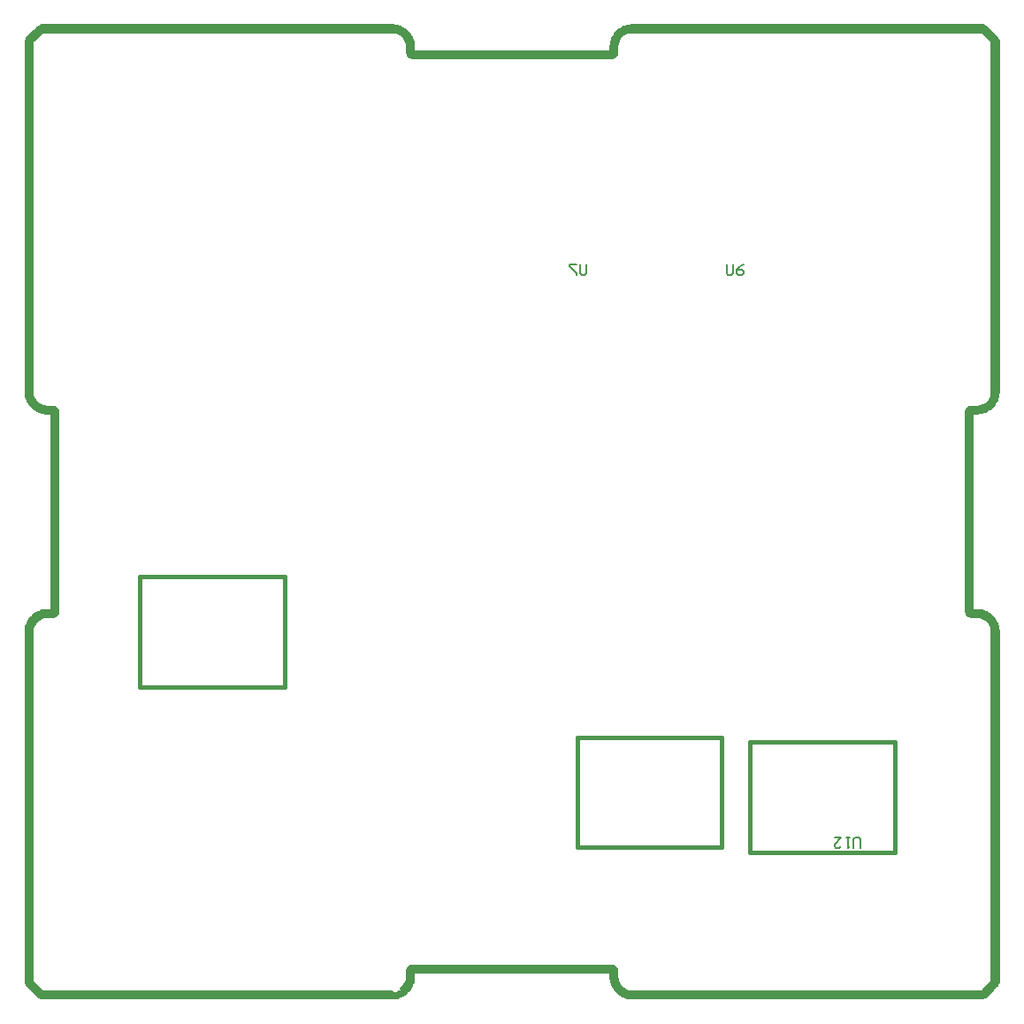
<source format=gm1>
G04*
G04 #@! TF.GenerationSoftware,Altium Limited,Altium Designer,21.1.1 (26)*
G04*
G04 Layer_Color=16711935*
%FSLAX44Y44*%
%MOMM*%
G71*
G04*
G04 #@! TF.SameCoordinates,DA55104B-334F-46BF-AAC2-A5A3D9E97D21*
G04*
G04*
G04 #@! TF.FilePolarity,Positive*
G04*
G01*
G75*
%ADD12C,0.3000*%
%ADD15C,0.1500*%
%ADD71C,0.7000*%
%ADD156C,0.3810*%
D12*
X870000Y-40000D02*
Y295000D01*
X860000Y-50000D02*
X870000Y-40000D01*
X869620Y298340D02*
X870000Y295000D01*
X-50000Y525000D02*
Y860000D01*
X510000Y-35000D02*
Y-30000D01*
X509870Y-28890D02*
X510000Y-30000D01*
X509500Y-27830D02*
X509870Y-28890D01*
X508910Y-26880D02*
X509500Y-27830D01*
X508120Y-26090D02*
X508910Y-26880D01*
X507170Y-25500D02*
X508120Y-26090D01*
X506110Y-25130D02*
X507170Y-25500D01*
X505000Y-25000D02*
X506110Y-25130D01*
X315000Y-25000D02*
X505000D01*
X313890Y-25130D02*
X315000Y-25000D01*
X312830Y-25500D02*
X313890Y-25130D01*
X311880Y-26090D02*
X312830Y-25500D01*
X311090Y-26880D02*
X311880Y-26090D01*
X310500Y-27830D02*
X311090Y-26880D01*
X310130Y-28890D02*
X310500Y-27830D01*
X310000Y-30000D02*
X310130Y-28890D01*
X310000Y-35000D02*
Y-30000D01*
X309620Y-38340D02*
X310000Y-35000D01*
X308510Y-41510D02*
X309620Y-38340D01*
X306730Y-44350D02*
X308510Y-41510D01*
X304350Y-46730D02*
X306730Y-44350D01*
X-40000Y-50000D02*
X295000D01*
X-50000Y-40000D02*
X-40000Y-50000D01*
X-50000Y-40000D02*
Y295000D01*
X-49620Y298340D01*
X-48510Y301510D01*
X-46730Y304350D01*
X-44350Y306730D01*
X-41510Y308510D01*
X-38340Y309620D01*
X-35000Y310000D01*
X-30000D01*
X-28890Y310130D01*
X-27830Y310500D01*
X-26880Y311090D01*
X-26090Y311880D01*
X-25500Y312830D01*
X-25130Y313890D01*
X-25000Y315000D01*
Y505000D01*
X-25130Y506110D02*
X-25000Y505000D01*
X-25500Y507170D02*
X-25130Y506110D01*
X-26090Y508120D02*
X-25500Y507170D01*
X-26880Y508910D02*
X-26090Y508120D01*
X-27830Y509500D02*
X-26880Y508910D01*
X-28890Y509870D02*
X-27830Y509500D01*
X-30000Y510000D02*
X-28890Y509870D01*
X-35000Y510000D02*
X-30000D01*
X-38340Y510380D02*
X-35000Y510000D01*
X-41510Y511490D02*
X-38340Y510380D01*
X-44350Y513270D02*
X-41510Y511490D01*
X-46730Y515650D02*
X-44350Y513270D01*
X-48510Y518490D02*
X-46730Y515650D01*
X-49620Y521660D02*
X-48510Y518490D01*
X-50000Y525000D02*
X-49620Y521660D01*
X-50000Y860000D02*
X-40000Y870000D01*
X295000D01*
X298340Y869620D01*
X301510Y868510D01*
X304350Y866730D01*
X306730Y864350D01*
X308510Y861510D01*
X309620Y858340D01*
X310000Y855000D01*
Y850000D02*
Y855000D01*
Y850000D02*
X310130Y848890D01*
X310500Y847830D01*
X311090Y846880D01*
X311880Y846090D01*
X312830Y845500D01*
X313890Y845130D01*
X315000Y845000D01*
X505000D01*
X506110Y845130D01*
X507170Y845500D01*
X508120Y846090D01*
X508910Y846880D01*
X509500Y847830D01*
X509870Y848890D01*
X510000Y850000D01*
Y855000D01*
X510380Y858340D01*
X511490Y861510D01*
X513270Y864350D01*
X515650Y866730D01*
X518490Y868510D01*
X521660Y869620D01*
X525000Y870000D01*
X860000D01*
X870000Y860000D01*
Y525000D02*
Y860000D01*
X869620Y521660D02*
X870000Y525000D01*
X868510Y518490D02*
X869620Y521660D01*
X866730Y515650D02*
X868510Y518490D01*
X864350Y513270D02*
X866730Y515650D01*
X861510Y511490D02*
X864350Y513270D01*
X858340Y510380D02*
X861510Y511490D01*
X855000Y510000D02*
X858340Y510380D01*
X850000Y510000D02*
X855000D01*
X848890Y509870D02*
X850000Y510000D01*
X847830Y509500D02*
X848890Y509870D01*
X846880Y508910D02*
X847830Y509500D01*
X846090Y508120D02*
X846880Y508910D01*
X845500Y507170D02*
X846090Y508120D01*
X845130Y506110D02*
X845500Y507170D01*
X845000Y505000D02*
X845130Y506110D01*
X845000Y315000D02*
Y505000D01*
Y315000D02*
X845130Y313890D01*
X845500Y312830D01*
X846090Y311880D01*
X846880Y311090D01*
X847830Y310500D01*
X848890Y310130D01*
X850000Y310000D01*
X855000D01*
X858340Y309620D01*
X861510Y308510D01*
X864350Y306730D01*
X866730Y304350D01*
X868510Y301510D01*
X869620Y298340D01*
X525000Y-50000D02*
X860000D01*
X521660Y-49620D02*
X525000Y-50000D01*
X518490Y-48510D02*
X521660Y-49620D01*
X515650Y-46730D02*
X518490Y-48510D01*
X513270Y-44350D02*
X515650Y-46730D01*
X511490Y-41510D02*
X513270Y-44350D01*
X510380Y-38340D02*
X511490Y-41510D01*
X510000Y-35000D02*
X510380Y-38340D01*
D15*
X743487Y88492D02*
Y96823D01*
X741821Y98489D01*
X738489D01*
X736823Y96823D01*
Y88492D01*
X733491Y98489D02*
X730158D01*
X731824D01*
Y88492D01*
X733491Y90158D01*
X718495Y98489D02*
X725160D01*
X718495Y91824D01*
Y90158D01*
X720162Y88492D01*
X723494D01*
X725160Y90158D01*
X615188Y646609D02*
Y638278D01*
X616854Y636612D01*
X620186D01*
X621852Y638278D01*
Y646609D01*
X631849D02*
X628517Y644943D01*
X625185Y641610D01*
Y638278D01*
X626851Y636612D01*
X630183D01*
X631849Y638278D01*
Y639944D01*
X630183Y641610D01*
X625185D01*
X481330Y646609D02*
Y638278D01*
X479664Y636612D01*
X476331D01*
X474665Y638278D01*
Y646609D01*
X471333D02*
X464669D01*
Y644943D01*
X471333Y638278D01*
Y636612D01*
D71*
X873500Y860000D02*
G03*
X872475Y862475I-3500J0D01*
G01*
X873500Y860000D02*
G03*
X872475Y862475I-3500J0D01*
G01*
X873478Y524604D02*
G03*
X873500Y525000I-3478J396D01*
G01*
X873478Y524604D02*
G03*
X873500Y525000I-3478J396D01*
G01*
X872924Y520503D02*
G03*
X873098Y521264I-3304J1157D01*
G01*
X872922Y520499D02*
G03*
X873098Y521264I-3302J1161D01*
G01*
X871476Y516631D02*
G03*
X871815Y517338I-2966J1859D01*
G01*
X871476Y516631D02*
G03*
X871814Y517333I-2966J1859D01*
G01*
X869205Y513175D02*
G03*
X869696Y513791I-2475J2475D01*
G01*
X862475Y872475D02*
G03*
X860000Y873500I-2475J-2475D01*
G01*
X862475Y872475D02*
G03*
X860000Y873500I-2475J-2475D01*
G01*
X869205Y513175D02*
G03*
X869696Y513791I-2475J2475D01*
G01*
X866204Y510301D02*
G03*
X866825Y510795I-1854J2969D01*
G01*
X862667Y508186D02*
G03*
X863369Y508524I-1157J3304D01*
G01*
X858736Y506902D02*
G03*
X859497Y507076I-396J3478D01*
G01*
X866209Y510304D02*
G03*
X866825Y510795I-1859J2966D01*
G01*
X862667Y508186D02*
G03*
X863374Y508527I-1157J3304D01*
G01*
X858736Y506902D02*
G03*
X859497Y507076I-396J3478D01*
G01*
X855000Y506500D02*
G03*
X855396Y506522I0J3500D01*
G01*
X855000Y506500D02*
G03*
X855396Y506522I0J3500D01*
G01*
X525000Y873500D02*
G03*
X524604Y873478I0J-3500D01*
G01*
X525000Y873500D02*
G03*
X524604Y873478I0J-3500D01*
G01*
X521264Y873098D02*
G03*
X520503Y872924I396J-3478D01*
G01*
X521264Y873098D02*
G03*
X520503Y872924I396J-3478D01*
G01*
X517333Y871814D02*
G03*
X516631Y871476I1157J-3304D01*
G01*
X517333Y871814D02*
G03*
X516626Y871473I1157J-3304D01*
G01*
X513796Y869699D02*
G03*
X513175Y869205I1854J-2969D01*
G01*
X513791Y869696D02*
G03*
X513175Y869205I1859J-2966D01*
G01*
X510795Y866825D02*
G03*
X510304Y866209I2475J-2475D01*
G01*
X510795Y866825D02*
G03*
X510301Y866204I2475J-2475D01*
G01*
X508527Y863374D02*
G03*
X508186Y862667I2963J-1864D01*
G01*
X508524Y863369D02*
G03*
X508186Y862667I2966J-1859D01*
G01*
X507076Y859497D02*
G03*
X506902Y858736I3304J-1157D01*
G01*
X507076Y859497D02*
G03*
X506902Y858736I3304J-1157D01*
G01*
X506522Y855396D02*
G03*
X506500Y855000I3478J-396D01*
G01*
X506522Y855396D02*
G03*
X506500Y855000I3478J-396D01*
G01*
X855396Y313478D02*
G03*
X855000Y313500I-396J-3478D01*
G01*
X859497Y312924D02*
G03*
X858736Y313098I-1157J-3304D01*
G01*
X863376Y311471D02*
G03*
X862667Y311814I-1866J-2961D01*
G01*
X863369Y311476D02*
G03*
X862667Y311814I-1859J-2966D01*
G01*
X866825Y309205D02*
G03*
X866202Y309700I-2475J-2475D01*
G01*
X855396Y313478D02*
G03*
X855000Y313500I-396J-3478D01*
G01*
X859497Y312924D02*
G03*
X858736Y313098I-1157J-3304D01*
G01*
X871814Y302667D02*
G03*
X871476Y303369I-3304J-1157D01*
G01*
X873098Y298736D02*
G03*
X872924Y299497I-3478J-396D01*
G01*
X873098Y298736D02*
G03*
X872924Y299497I-3478J-396D01*
G01*
X869696Y306209D02*
G03*
X869205Y306825I-2966J-1859D01*
G01*
X866825Y309205D02*
G03*
X866209Y309696I-2475J-2475D01*
G01*
X873500Y295000D02*
G03*
X873478Y295396I-3500J0D01*
G01*
X873500Y295000D02*
G03*
X873478Y295396I-3500J0D01*
G01*
X872475Y-42475D02*
G03*
X873500Y-40000I-2475J2475D01*
G01*
X872468Y-42482D02*
G03*
X873500Y-40000I-2468J2482D01*
G01*
X869696Y306209D02*
G03*
X869205Y306825I-2966J-1859D01*
G01*
X871814Y302667D02*
G03*
X871476Y303369I-3304J-1157D01*
G01*
X860000Y-53500D02*
G03*
X862475Y-52475I0J3500D01*
G01*
X860000Y-53500D02*
G03*
X862482Y-52468I0J3500D01*
G01*
X524604Y-53478D02*
G03*
X525000Y-53500I396J3478D01*
G01*
X520503Y-52924D02*
G03*
X521264Y-53098I1157J3304D01*
G01*
X524604Y-53478D02*
G03*
X525000Y-53500I396J3478D01*
G01*
X516631Y-51476D02*
G03*
X517341Y-51816I1859J2966D01*
G01*
X520495Y-52921D02*
G03*
X521264Y-53098I1165J3301D01*
G01*
X516631Y-51476D02*
G03*
X517333Y-51814I1859J2966D01*
G01*
X506902Y-38736D02*
G03*
X507076Y-39497I3478J396D01*
G01*
X506500Y-35000D02*
G03*
X506522Y-35396I3500J0D01*
G01*
X506500Y-35000D02*
G03*
X506522Y-35396I3500J0D01*
G01*
X510300Y-46202D02*
G03*
X510795Y-46825I2970J1852D01*
G01*
X513168Y-49198D02*
G03*
X513791Y-49696I2482J2468D01*
G01*
X508186Y-42667D02*
G03*
X508529Y-43376I3304J1157D01*
G01*
X513175Y-49205D02*
G03*
X513791Y-49696I2475J2475D01*
G01*
X510304Y-46209D02*
G03*
X510802Y-46832I2966J1859D01*
G01*
X508187Y-42669D02*
G03*
X508524Y-43369I3303J1159D01*
G01*
X508186Y-42665D02*
G03*
X508187Y-42669I3304J1155D01*
G01*
X507076Y-39495D02*
G03*
X507077Y-39499I3304J1155D01*
G01*
X506902Y-38736D02*
G03*
X507076Y-39495I3478J396D01*
G01*
X311814Y862667D02*
G03*
X311476Y863369I-3304J-1157D01*
G01*
X311814Y862667D02*
G03*
X311473Y863374I-3304J-1157D01*
G01*
X313098Y858736D02*
G03*
X312924Y859497I-3478J-396D01*
G01*
X309699Y866204D02*
G03*
X309205Y866825I-2969J-1854D01*
G01*
X306825Y869205D02*
G03*
X306209Y869696I-2475J-2475D01*
G01*
X313500Y855000D02*
G03*
X313478Y855396I-3500J0D01*
G01*
X313500Y855000D02*
G03*
X313478Y855396I-3500J0D01*
G01*
X313098Y858736D02*
G03*
X312924Y859497I-3478J-396D01*
G01*
X299497Y872924D02*
G03*
X298736Y873098I-1157J-3304D01*
G01*
X299497Y872924D02*
G03*
X298736Y873098I-1157J-3304D01*
G01*
X303374Y871473D02*
G03*
X302667Y871814I-1864J-2963D01*
G01*
X295396Y873478D02*
G03*
X295000Y873500I-396J-3478D01*
G01*
X295396Y873478D02*
G03*
X295000Y873500I-396J-3478D01*
G01*
X306825Y869205D02*
G03*
X306204Y869699I-2475J-2475D01*
G01*
X309696Y866209D02*
G03*
X309205Y866825I-2966J-1859D01*
G01*
X303369Y871476D02*
G03*
X302667Y871814I-1859J-2966D01*
G01*
X-40000Y873500D02*
G03*
X-42475Y872475I0J-3500D01*
G01*
X-40000Y873500D02*
G03*
X-42482Y872468I0J-3500D01*
G01*
X-43369Y508524D02*
G03*
X-42667Y508186I1859J2966D01*
G01*
X-35396Y506522D02*
G03*
X-35000Y506500I396J3478D01*
G01*
X-39495Y507076D02*
G03*
X-38736Y506902I1155J3304D01*
G01*
X-39499Y507077D02*
G03*
X-39495Y507076I1159J3303D01*
G01*
X-52468Y862482D02*
G03*
X-53500Y860000I2468J-2482D01*
G01*
Y525000D02*
G03*
X-53478Y524604I3500J0D01*
G01*
X-52475Y862475D02*
G03*
X-53500Y860000I2475J-2475D01*
G01*
Y525000D02*
G03*
X-53478Y524604I3500J0D01*
G01*
X-49696Y513791D02*
G03*
X-49205Y513175I2966J1859D01*
G01*
X-51814Y517333D02*
G03*
X-51476Y516631I3304J1157D01*
G01*
X-46825Y510795D02*
G03*
X-46209Y510304I2475J2475D01*
G01*
X-49696Y513791D02*
G03*
X-49205Y513175I2966J1859D01*
G01*
X-53098Y521264D02*
G03*
X-52924Y520503I3478J396D01*
G01*
X-51814Y517333D02*
G03*
X-51476Y516631I3304J1157D01*
G01*
X-53098Y521264D02*
G03*
X-52924Y520503I3478J396D01*
G01*
X-39497Y507076D02*
G03*
X-38736Y506902I1157J3304D01*
G01*
X-46825Y510795D02*
G03*
X-46209Y510304I2475J2475D01*
G01*
X-42669Y508187D02*
G03*
X-42665Y508186I1159J3303D01*
G01*
X-43369Y508524D02*
G03*
X-42669Y508187I1859J2966D01*
G01*
X-35396Y506522D02*
G03*
X-35000Y506500I396J3478D01*
G01*
X313478Y-35396D02*
G03*
X313500Y-35000I-3478J396D01*
G01*
X313478Y-35396D02*
G03*
X313500Y-35000I-3478J396D01*
G01*
X312924Y-39497D02*
G03*
X313098Y-38736I-3304J1157D01*
G01*
X312924Y-39495D02*
G03*
X313098Y-38736I-3304J1155D01*
G01*
X312923Y-39499D02*
G03*
X312924Y-39495I-3303J1159D01*
G01*
X311471Y-43376D02*
G03*
X311814Y-42667I-2961J1866D01*
G01*
X311813Y-42669D02*
G03*
X311814Y-42665I-3303J1159D01*
G01*
X311476Y-43369D02*
G03*
X311813Y-42669I-2966J1859D01*
G01*
X309205Y-46825D02*
G03*
X309700Y-46202I-2475J2475D01*
G01*
X306209Y-49696D02*
G03*
X306832Y-49198I-1859J2966D01*
G01*
X309198Y-46832D02*
G03*
X309696Y-46209I-2468J2482D01*
G01*
X306209Y-49696D02*
G03*
X306825Y-49205I-1859J2966D01*
G01*
X302667Y-51814D02*
G03*
X303369Y-51476I-1157J3304D01*
G01*
X298736Y-53098D02*
G03*
X299505Y-52921I-396J3478D01*
G01*
X302659Y-51816D02*
G03*
X303369Y-51476I-1149J3306D01*
G01*
X298736Y-53098D02*
G03*
X299497Y-52924I-396J3478D01*
G01*
X295000Y-53500D02*
G03*
X295396Y-53478I0J3500D01*
G01*
X295000Y-53500D02*
G03*
X295396Y-53478I0J3500D01*
G01*
X-35000Y313500D02*
G03*
X-35396Y313478I0J-3500D01*
G01*
X-38736Y313098D02*
G03*
X-39497Y312924I396J-3478D01*
G01*
X-42659Y311816D02*
G03*
X-43369Y311476I1149J-3306D01*
G01*
X-35000Y313500D02*
G03*
X-35396Y313478I0J-3500D01*
G01*
X-38736Y313098D02*
G03*
X-39505Y312921I396J-3478D01*
G01*
X-42667Y311814D02*
G03*
X-43369Y311476I1157J-3304D01*
G01*
X-46209Y309696D02*
G03*
X-46825Y309205I1859J-2966D01*
G01*
X-42475Y-52475D02*
G03*
X-40000Y-53500I2475J2475D01*
G01*
X-42475Y-52475D02*
G03*
X-40000Y-53500I2475J2475D01*
G01*
X-49205Y306825D02*
G03*
X-49696Y306209I2475J-2475D01*
G01*
X-46209Y309696D02*
G03*
X-46825Y309205I1859J-2966D01*
G01*
X-49205Y306825D02*
G03*
X-49696Y306209I2475J-2475D01*
G01*
X-51476Y303369D02*
G03*
X-51814Y302667I2966J-1859D01*
G01*
X-51476Y303369D02*
G03*
X-51816Y302659I2966J-1859D01*
G01*
X-52921Y299505D02*
G03*
X-53098Y298736I3301J-1165D01*
G01*
X-52924Y299497D02*
G03*
X-53098Y298736I3304J-1157D01*
G01*
X-53478Y295396D02*
G03*
X-53500Y295000I3478J-396D01*
G01*
X-53478Y295396D02*
G03*
X-53500Y295000I3478J-396D01*
G01*
Y-40000D02*
G03*
X-52475Y-42475I3500J0D01*
G01*
X-53500Y-40000D02*
G03*
X-52475Y-42475I3500J0D01*
G01*
X873500Y525000D02*
Y860000D01*
X873098Y521264D02*
X873478Y524604D01*
X872922Y520499D02*
X872924Y520503D01*
X871815Y517338D02*
X872922Y520499D01*
X871814Y517333D02*
X871815Y517338D01*
X869696Y513791D02*
X871476Y516631D01*
X862475Y872475D02*
X872475Y862475D01*
X525000Y873500D02*
X860000D01*
X866825Y510795D02*
X869205Y513175D01*
X866204Y510301D02*
X866209Y510304D01*
X863374Y508527D02*
X866204Y510301D01*
X863369Y508524D02*
X863374Y508527D01*
X859497Y507076D02*
X862667Y508186D01*
X855396Y506522D02*
X858736Y506902D01*
X850204Y506500D02*
X855000D01*
X849680Y506438D02*
X850204Y506500D01*
X849348Y506323D02*
X849680Y506438D01*
X849070Y506150D02*
X849348Y506323D01*
X848850Y505930D02*
X849070Y506150D01*
X848677Y505652D02*
X848850Y505930D01*
X848500Y504796D02*
X848562Y505320D01*
X848677Y505652D01*
X848500Y315204D02*
Y504796D01*
X521264Y873098D02*
X524604Y873478D01*
X517333Y871814D02*
X520503Y872924D01*
X516626Y871473D02*
X516631Y871476D01*
X513796Y869699D02*
X516626Y871473D01*
X513791Y869696D02*
X513796Y869699D01*
X510795Y866825D02*
X513175Y869205D01*
X510301Y866204D02*
X510304Y866209D01*
X508527Y863374D02*
X510301Y866204D01*
X508524Y863369D02*
X508527Y863374D01*
X507076Y859497D02*
X508186Y862667D01*
X506522Y855396D02*
X506902Y858736D01*
X506500Y850204D02*
Y855000D01*
X506323Y849348D02*
X506438Y849680D01*
X506150Y849070D02*
X506323Y849348D01*
X506438Y849680D02*
X506500Y850204D01*
X505930Y848850D02*
X506150Y849070D01*
X505652Y848677D02*
X505930Y848850D01*
X505320Y848562D02*
X505652Y848677D01*
X504796Y848500D02*
X505320Y848562D01*
X855396Y313478D02*
X858736Y313098D01*
X850204Y313500D02*
X855000D01*
X859497Y312924D02*
X862667Y311814D01*
X849348Y313677D02*
X849680Y313562D01*
X850204Y313500D01*
X866202Y309700D02*
X866209Y309696D01*
X863376Y311471D02*
X866202Y309700D01*
X863369Y311476D02*
X863376Y311471D01*
X848677Y314348D02*
X848850Y314070D01*
X849070Y313850D01*
X848562Y314680D02*
X848677Y314348D01*
X849070Y313850D02*
X849348Y313677D01*
X848500Y315204D02*
X848562Y314680D01*
X871814Y302667D02*
X872924Y299497D01*
X873098Y298736D02*
X873478Y295396D01*
X866825Y309205D02*
X869205Y306825D01*
X869696Y306209D02*
X871476Y303369D01*
X873500Y-40000D02*
Y295000D01*
X872468Y-42482D02*
X872475Y-42475D01*
X862482Y-52468D02*
X872468Y-42482D01*
X862475Y-52475D02*
X862482Y-52468D01*
X525000Y-53500D02*
X860000D01*
X505320Y-28562D02*
X505652Y-28677D01*
X504796Y-28500D02*
X505320Y-28562D01*
X505930Y-28851D02*
X506149Y-29070D01*
X506323Y-29348D01*
X505652Y-28677D02*
X505930Y-28851D01*
X506438Y-29680D02*
X506500Y-30204D01*
X506323Y-29348D02*
X506438Y-29680D01*
X521264Y-53098D02*
X524604Y-53478D01*
X520495Y-52921D02*
X520503Y-52924D01*
X517341Y-51816D02*
X520495Y-52921D01*
X517333Y-51814D02*
X517341Y-51816D01*
X513791Y-49696D02*
X516631Y-51476D01*
X506500Y-35000D02*
Y-30204D01*
X506522Y-35396D02*
X506902Y-38736D01*
X507076Y-39495D02*
X507076Y-39497D01*
X507077Y-39499D01*
X508186Y-42665D01*
X508186Y-42667D01*
X508187Y-42669D01*
X510795Y-46825D02*
X510802Y-46832D01*
X513168Y-49198D01*
X513175Y-49205D01*
X508524Y-43369D02*
X508529Y-43376D01*
X510300Y-46202D01*
X510304Y-46209D01*
X309696Y866209D02*
X309699Y866204D01*
X311473Y863374D01*
X311476Y863369D01*
X311814Y862667D02*
X312924Y859497D01*
X306825Y869205D02*
X309205Y866825D01*
X313098Y858736D02*
X313478Y855396D01*
X313500Y850204D02*
Y855000D01*
X295396Y873478D02*
X298736Y873098D01*
X306204Y869699D02*
X306209Y869696D01*
X303374Y871473D02*
X306204Y869699D01*
X303369Y871476D02*
X303374Y871473D01*
X299497Y872924D02*
X302667Y871814D01*
X-40000Y873500D02*
X295000D01*
X314070Y848850D02*
X314348Y848677D01*
X314680Y848562D01*
X313850Y849070D02*
X314070Y848850D01*
X315204Y848500D02*
X504796D01*
X314680Y848562D02*
X315204Y848500D01*
X313500Y850204D02*
X313562Y849680D01*
X313677Y849348D02*
X313850Y849070D01*
X313562Y849680D02*
X313677Y849348D01*
X-42482Y872468D02*
X-42475Y872475D01*
X-52468Y862482D02*
X-42482Y872468D01*
X-52475Y862475D02*
X-52468Y862482D01*
X-53500Y525000D02*
Y860000D01*
X-53478Y524604D02*
X-53098Y521264D01*
X-51476Y516631D02*
X-49696Y513791D01*
X-52924Y520503D02*
X-51814Y517333D01*
X-28562Y505320D02*
X-28500Y504796D01*
X-28677Y505652D02*
X-28562Y505320D01*
X-35000Y506500D02*
X-30204D01*
X-38736Y506902D02*
X-35396Y506522D01*
X-49205Y513175D02*
X-46825Y510795D01*
X-39497Y507076D02*
X-39495Y507076D01*
X-39499Y507077D02*
X-39497Y507076D01*
X-42665Y508186D02*
X-39499Y507077D01*
X-42667Y508186D02*
X-42665Y508186D01*
X-42669Y508187D02*
X-42667Y508186D01*
X-46209Y510304D02*
X-43369Y508524D01*
X-28850Y505930D02*
X-28677Y505652D01*
X-29680Y506438D02*
X-29348Y506323D01*
X-29070Y506150D01*
X-28850Y505930D01*
X-30204Y506500D02*
X-29680Y506438D01*
X315204Y-28500D02*
X504796D01*
X314348Y-28677D02*
X314680Y-28562D01*
X314070Y-28851D02*
X314348Y-28677D01*
X314680Y-28562D02*
X315204Y-28500D01*
X313850Y-29070D02*
X314070Y-28851D01*
X313677Y-29348D02*
X313850Y-29070D01*
X313500Y-30204D02*
X313562Y-29680D01*
X313677Y-29348D01*
X313500Y-35000D02*
Y-30204D01*
X313098Y-38736D02*
X313478Y-35396D01*
X312924Y-39497D02*
X312924Y-39495D01*
X312923Y-39499D02*
X312924Y-39497D01*
X311814Y-42665D02*
X312923Y-39499D01*
X311814Y-42667D02*
X311814Y-42665D01*
X311813Y-42669D02*
X311814Y-42667D01*
X311471Y-43376D02*
X311476Y-43369D01*
X309700Y-46202D02*
X311471Y-43376D01*
X309696Y-46209D02*
X309700Y-46202D01*
X309198Y-46832D02*
X309205Y-46825D01*
X306832Y-49198D02*
X309198Y-46832D01*
X306825Y-49205D02*
X306832Y-49198D01*
X303369Y-51476D02*
X306209Y-49696D01*
X302659Y-51816D02*
X302667Y-51814D01*
X299505Y-52921D02*
X302659Y-51816D01*
X299497Y-52924D02*
X299505Y-52921D01*
X295396Y-53478D02*
X298736Y-53098D01*
X-40000Y-53500D02*
X295000D01*
X-28500Y315204D02*
Y504796D01*
X-28562Y314680D02*
X-28500Y315204D01*
X-28677Y314348D02*
X-28562Y314680D01*
X-28850Y314070D02*
X-28677Y314348D01*
X-29070Y313850D02*
X-28850Y314070D01*
X-29348Y313677D02*
X-29070Y313850D01*
X-29680Y313562D02*
X-29348Y313677D01*
X-30204Y313500D02*
X-29680Y313562D01*
X-35000Y313500D02*
X-30204D01*
X-38736Y313098D02*
X-35396Y313478D01*
X-39505Y312921D02*
X-39497Y312924D01*
X-42659Y311816D02*
X-39505Y312921D01*
X-42667Y311814D02*
X-42659Y311816D01*
X-46209Y309696D02*
X-43369Y311476D01*
X-49205Y306825D02*
X-46825Y309205D01*
X-51476Y303369D02*
X-49696Y306209D01*
X-51816Y302659D02*
X-51814Y302667D01*
X-52921Y299505D02*
X-51816Y302659D01*
X-52924Y299497D02*
X-52921Y299505D01*
X-53478Y295396D02*
X-53098Y298736D01*
X-52475Y-42475D02*
X-42475Y-52475D01*
X-53500Y-40000D02*
Y295000D01*
D156*
X192051Y242225D02*
Y347725D01*
X53511Y242225D02*
X192051D01*
X53511Y347725D02*
X192051D01*
X53511Y242225D02*
Y347725D01*
X610747Y88672D02*
Y194172D01*
X472207Y88672D02*
X610747D01*
X472207Y194172D02*
X610747D01*
X472207Y88672D02*
Y194172D01*
X776205Y83934D02*
Y189435D01*
X637665Y83934D02*
X776205D01*
X637665Y189435D02*
X776205D01*
X637665Y83934D02*
Y189435D01*
M02*

</source>
